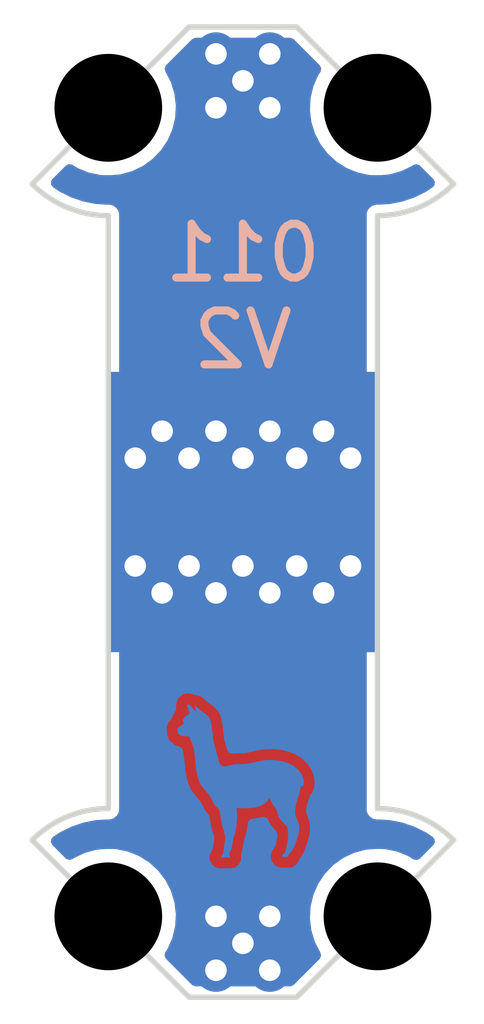
<source format=kicad_pcb>
(kicad_pcb (version 20211014) (generator pcbnew)
  (title_block (title "011 PCB connector") (date "2022-11-07") (rev "2") (company "Halidelabs") (comment 1 "contact@halidelabs.eu"))
  (layers (0 "F.Cu" signal) (31 "B.Cu" signal) (34 "B.Paste" user) (35 "F.Paste" user) (36 "B.SilkS" user "B.Silkscreen") (37 "F.SilkS" user "F.Silkscreen") (38 "B.Mask" user) (39 "F.Mask" user) (44 "Edge.Cuts" user))
  (net 0 "")
  (net 1 "GND")
  (net 2 "Net-(J1-Pad1)")
  (footprint "modular-rf-bench-footprints:M2-hole" (layer "F.Cu") (at 145 90)
    (fp_text reference "H4" hide)
    (fp_text value "M2" hide)
    (pad "" np_thru_hole circle (at 0 0) (size 3.4 3.4) (drill 2) (layers *.Mask))
  )
  (footprint "modular-rf-bench-footprints:edge-connector" (layer "F.Cu") (at 145 82.5 180)
    (fp_text reference "J1")
    (fp_text value "CONN" hide)
    (pad "1" smd rect (at -1.5 0 180) (size 3 0.5) (layers "F.Cu" "F.Paste") (net 2 "Net-(J1-Pad1)"))
    (pad "2" thru_hole circle (at -1.5 1 180) (size 0.8 0.8) (drill 0.4) (layers *.Cu) (net 1 "GND"))
    (pad "2" thru_hole circle (at -2.5 1 180) (size 0.8 0.8) (drill 0.4) (layers *.Cu) (net 1 "GND"))
    (pad "2" thru_hole circle (at -1 1.5 180) (size 0.8 0.8) (drill 0.4) (layers *.Cu) (net 1 "GND"))
    (pad "2" smd rect (at -1.5 0 180) (size 3 5.2) (layers "B.Cu") (net 1 "GND"))
    (pad "2" thru_hole circle (at -1.5 -1 180) (size 0.8 0.8) (drill 0.4) (layers *.Cu) (net 1 "GND"))
    (pad "2" smd rect (at -1.5 -1.6 180) (size 3 2) (layers "F.Cu") (net 1 "GND"))
    (pad "2" thru_hole circle (at -1 -1.5 180) (size 0.8 0.8) (drill 0.4) (layers *.Cu) (net 1 "GND"))
    (pad "2" thru_hole circle (at -2 1.5 180) (size 0.8 0.8) (drill 0.4) (layers *.Cu) (net 1 "GND"))
    (pad "2" thru_hole circle (at -0.5 -1 180) (size 0.8 0.8) (drill 0.4) (layers *.Cu) (net 1 "GND"))
    (pad "2" thru_hole circle (at -0.5 1 180) (size 0.8 0.8) (drill 0.4) (layers *.Cu) (net 1 "GND"))
    (pad "2" thru_hole circle (at -2.5 -1 180) (size 0.8 0.8) (drill 0.4) (layers *.Cu) (net 1 "GND"))
    (pad "2" smd rect (at -1.5 1.6 180) (size 3 2) (layers "F.Cu") (net 1 "GND"))
    (pad "2" thru_hole circle (at -2 -1.5 180) (size 0.8 0.8) (drill 0.4) (layers *.Cu) (net 1 "GND"))
  )
  (footprint "modular-rf-bench-footprints:M2-hole" (layer "F.Cu") (at 150 75)
    (fp_text reference "H3" hide)
    (fp_text value "M2" hide)
    (pad "" np_thru_hole circle (at 0 0) (size 3.4 3.4) (drill 2) (layers *.Mask))
  )
  (footprint "modular-rf-bench-footprints:edge-connector" (layer "F.Cu") (at 150 82.5)
    (fp_text reference "J2")
    (fp_text value "CONN" hide)
    (pad "1" smd rect (at -1.5 0) (size 3 0.5) (layers "F.Cu" "F.Paste") (net 2 "Net-(J1-Pad1)"))
    (pad "2" thru_hole circle (at -1 1.5) (size 0.8 0.8) (drill 0.4) (layers *.Cu) (net 1 "GND"))
    (pad "2" thru_hole circle (at -1.5 -1) (size 0.8 0.8) (drill 0.4) (layers *.Cu) (net 1 "GND"))
    (pad "2" smd rect (at -1.5 -1.6) (size 3 2) (layers "F.Cu") (net 1 "GND"))
    (pad "2" thru_hole circle (at -1 -1.5) (size 0.8 0.8) (drill 0.4) (layers *.Cu) (net 1 "GND"))
    (pad "2" smd rect (at -1.5 0) (size 3 5.2) (layers "B.Cu") (net 1 "GND"))
    (pad "2" thru_hole circle (at -2.5 1) (size 0.8 0.8) (drill 0.4) (layers *.Cu) (net 1 "GND"))
    (pad "2" thru_hole circle (at -2.5 -1) (size 0.8 0.8) (drill 0.4) (layers *.Cu) (net 1 "GND"))
    (pad "2" thru_hole circle (at -0.5 1) (size 0.8 0.8) (drill 0.4) (layers *.Cu) (net 1 "GND"))
    (pad "2" thru_hole circle (at -1.5 1) (size 0.8 0.8) (drill 0.4) (layers *.Cu) (net 1 "GND"))
    (pad "2" thru_hole circle (at -2 -1.5) (size 0.8 0.8) (drill 0.4) (layers *.Cu) (net 1 "GND"))
    (pad "2" thru_hole circle (at -0.5 -1) (size 0.8 0.8) (drill 0.4) (layers *.Cu) (net 1 "GND"))
    (pad "2" smd rect (at -1.5 1.6) (size 3 2) (layers "F.Cu") (net 1 "GND"))
    (pad "2" thru_hole circle (at -2 1.5) (size 0.8 0.8) (drill 0.4) (layers *.Cu) (net 1 "GND"))
  )
  (footprint "modular-rf-bench-footprints:M2-hole" (layer "F.Cu") (at 145 75)
    (fp_text reference "H1" hide)
    (fp_text value "M2" hide)
    (pad "" np_thru_hole circle (at 0 0) (size 3.4 3.4) (drill 2) (layers *.Mask))
  )
  (footprint "modular-rf-bench-footprints:M2-hole" (layer "F.Cu") (at 150 90)
    (fp_text reference "H2" hide)
    (fp_text value "M2" hide)
    (pad "" np_thru_hole circle (at 0 0) (size 3.4 3.4) (drill 2) (layers *.Mask))
  )
  (footprint "LOGO" (layer "B.Cu") (at 147.5 87.5 180)
    (fp_text reference "G***" hide)
    (fp_text value "LOGO" hide)
    (fp_poly (pts (xy 1.024241 1.430933) (xy 1.032984 1.426298) (xy 1.036499 1.41661) (xy 1.034907 1.400263) (xy 1.028333 1.375651) (xy 1.017065 1.341646) (xy 1.007234 1.313626) (xy 0.998718 1.29012) (xy 0.992386 1.273478) (xy 0.98911 1.26605) (xy 0.989011 1.265929) (xy 0.992402 1.261591) (xy 1.004045 1.252959) (xy 1.021428 1.241896) (xy 1.021593 1.241797) (xy 1.059324 1.215589) (xy 1.088019 1.188125) (xy 1.107104 1.160456) (xy 1.116006 1.133632) (xy 1.114151 1.108706) (xy 1.104222 1.090444) (xy 1.092506 1.075975) (xy 1.126441 1.055533) (xy 1.150548 1.039896) (xy 1.175454 1.022036) (xy 1.188267 1.011968) (xy 1.203899 0.998363) (xy 1.211748 0.988353) (xy 1.213828 0.97793) (xy 1.212298 0.964047) (xy 1.209283 0.9402) (xy 1.207212 0.916024) (xy 1.207135 0.914643) (xy 1.203927 0.895837) (xy 1.195677 0.885245) (xy 1.19228 0.88327) (xy 1.178318 0.873369) (xy 1.166481 0.861378) (xy 1.160445 0.854908) (xy 1.153092 0.850447) (xy 1.141984 0.84748) (xy 1.124682 0.845492) (xy 1.098745 0.843968) (xy 1.080213 0.843154) (xy 1.044421 0.840993) (xy 1.017479 0.837965) (xy 1.000803 0.834254) (xy 0.996763 0.832205) (xy 0.989548 0.821107) (xy 0.984117 0.804087) (xy 0.98359 0.801207) (xy 0.979175 0.785558) (xy 0.970425 0.762721) (xy 0.958842 0.736445) (xy 0.951994 0.72226) (xy 0.941693 0.700954) (xy 0.933668 0.682074) (xy 0.927186 0.662958) (xy 0.921515 0.640941) (xy 0.91592 0.613359) (xy 0.909669 0.577549) (xy 0.905928 0.55487) (xy 0.899093 0.509674) (xy 0.892435 0.459727) (xy 0.88655 0.409913) (xy 0.882034 0.365114) (xy 0.880555 0.347181) (xy 0.872016 0.257469) (xy 0.860391 0.177925) (xy 0.845339 0.106624) (xy 0.826764 0.042377) (xy 0.809419 -0.004277) (xy 0.789715 -0.044964) (xy 0.76555 -0.083099) (xy 0.734819 -0.122102) (xy 0.705329 -0.154907) (xy 0.646344 -0.22515) (xy 0.596235 -0.300953) (xy 0.558773 -0.372681) (xy 0.541867 -0.406709) (xy 0.526644 -0.43219) (xy 0.510964 -0.452374) (xy 0.497049 -0.466524) (xy 0.480447 -0.481231) (xy 0.466912 -0.491787) (xy 0.459303 -0.495969) (xy 0.459199 -0.495972) (xy 0.452033 -0.49989) (xy 0.445115 -0.512218) (xy 0.438199 -0.53382) (xy 0.43104 -0.565559) (xy 0.423393 -0.608297) (xy 0.418587 -0.638791) (xy 0.409728 -0.694595) (xy 0.401188 -0.741915) (xy 0.39209 -0.78461) (xy 0.381553 -0.826535) (xy 0.3687 -0.87155) (xy 0.356459 -0.911416) (xy 0.344169 -0.953183) (xy 0.335935 -0.988995) (xy 0.331577 -1.022192) (xy 0.330916 -1.056113) (xy 0.333773 -1.094097) (xy 0.33997 -1.139482) (xy 0.343158 -1.159336) (xy 0.34909 -1.196237) (xy 0.354629 -1.232404) (xy 0.359276 -1.264446) (xy 0.362528 -1.288971) (xy 0.363307 -1.295728) (xy 0.367706 -1.322729) (xy 0.37579 -1.345027) (xy 0.389971 -1.369066) (xy 0.391722 -1.371674) (xy 0.415839 -1.407322) (xy 0.234602 -1.407322) (xy 0.238791 -1.387173) (xy 0.24398 -1.369319) (xy 0.250235 -1.355611) (xy 0.253151 -1.347485) (xy 0.251724 -1.336439) (xy 0.245252 -1.31956) (xy 0.237613 -1.303269) (xy 0.225612 -1.275858) (xy 0.215393 -1.245956) (xy 0.206295 -1.211045) (xy 0.197654 -1.168609) (xy 0.189495 -1.120476) (xy 0.183449 -1.089204) (xy 0.174528 -1.051485) (xy 0.164039 -1.012546) (xy 0.155412 -0.984083) (xy 0.143612 -0.946382) (xy 0.1345 -0.913818) (xy 0.127523 -0.883315) (xy 0.122129 -0.851795) (xy 0.117764 -0.81618) (xy 0.113877 -0.773393) (xy 0.11116 -0.737759) (xy 0.107996 -0.675871) (xy 0.107514 -0.616631) (xy 0.109659 -0.563012) (xy 0.114371 -0.517987) (xy 0.11558 -0.510487) (xy 0.118961 -0.490903) (xy 0.007836 -0.494336) (xy -0.064637 -0.495248) (xy -0.127691 -0.492994) (xy -0.183955 -0.487325) (xy -0.236062 -0.477989) (xy -0.278777 -0.467062) (xy -0.342651 -0.443745) (xy -0.396244 -0.41372) (xy -0.439819 -0.376801) (xy -0.47364 -0.3328) (xy -0.4773 -0.326608) (xy -0.494416 -0.296736) (xy -0.498776 -0.314108) (xy -0.510693 -0.348417) (xy -0.529136 -0.386271) (xy -0.551447 -0.422891) (xy -0.574965 -0.453494) (xy -0.578457 -0.457297) (xy -0.598857 -0.479512) (xy -0.612541 -0.49708) (xy -0.621638 -0.514042) (xy -0.628277 -0.534439) (xy -0.634588 -0.562311) (xy -0.635104 -0.564798) (xy -0.646596 -0.608376) (xy -0.662899 -0.648185) (xy -0.685498 -0.686779) (xy -0.715877 -0.726712) (xy -0.753202 -0.768121) (xy -0.779544 -0.796187) (xy -0.798478 -0.817773) (xy -0.811553 -0.834974) (xy -0.820319 -0.849882) (xy -0.826326 -0.864593) (xy -0.827642 -0.868695) (xy -0.835962 -0.906128) (xy -0.840837 -0.950183) (xy -0.84194 -0.99548) (xy -0.838942 -1.036641) (xy -0.838212 -1.041542) (xy -0.826824 -1.111224) (xy -0.816742 -1.169454) (xy -0.807769 -1.217088) (xy -0.799708 -1.254983) (xy -0.79236 -1.283995) (xy -0.785528 -1.304979) (xy -0.779014 -1.318793) (xy -0.772621 -1.326291) (xy -0.772415 -1.326436) (xy -0.754117 -1.341596) (xy -0.737603 -1.359376) (xy -0.726256 -1.375897) (xy -0.723607 -1.382359) (xy -0.722795 -1.388066) (xy -0.725379 -1.391719) (xy -0.73349 -1.393774) (xy -0.749257 -1.394689) (xy -0.774809 -1.394919) (xy -0.782205 -1.394923) (xy -0.844088 -1.394923) (xy -0.842662 -1.377874) (xy -0.84391 -1.366947) (xy -0.850527 -1.354503) (xy -0.864069 -1.338151) (xy -0.877979 -1.323627) (xy -0.903666 -1.294183) (xy -0.927043 -1.259656) (xy -0.948996 -1.218336) (xy -0.970411 -1.168512) (xy -0.992172 -1.108474) (xy -0.997295 -1.093113) (xy -1.018181 -1.026132) (xy -1.033347 -0.968086) (xy -1.042762 -0.916897) (xy -1.046397 -0.870482) (xy -1.044223 -0.826761) (xy -1.036208 -0.783655) (xy -1.022324 -0.739082) (xy -1.00254 -0.690961) (xy -0.991164 -0.666463) (xy -0.981974 -0.646491) (xy -0.976012 -0.630289) (xy -0.9726 -0.614151) (xy -0.971061 -0.594372) (xy -0.970717 -0.567246) (xy -0.970756 -0.554869) (xy -0.975499 -0.488191) (xy -0.989046 -0.413576) (xy -1.011256 -0.331676) (xy -1.032127 -0.269685) (xy -1.043003 -0.237176) (xy -1.053214 -0.202425) (xy -1.061168 -0.171016) (xy -1.06365 -0.159127) (xy -1.071266 -0.125011) (xy -1.079527 -0.099128) (xy -1.087894 -0.082308) (xy -1.095834 -0.07538) (xy -1.10281 -0.079173) (xy -1.107525 -0.091219) (xy -1.110388 -0.101195) (xy -1.113023 -0.102109) (xy -1.117171 -0.092932) (xy -1.120634 -0.083469) (xy -1.127172 -0.054501) (xy -1.129564 -0.018502) (xy -1.127928 0.019917) (xy -1.122379 0.056142) (xy -1.116607 0.076675) (xy -1.088252 0.138399) (xy -1.049271 0.19473) (xy -1.0004 0.245235) (xy -0.942378 0.28948) (xy -0.875942 0.327034) (xy -0.80183 0.357464) (xy -0.720777 0.380337) (xy -0.633523 0.395219) (xy -0.564169 0.400891) (xy -0.511504 0.402113) (xy -0.461063 0.400577) (xy -0.409901 0.395957) (xy -0.35507 0.387925) (xy -0.293622 0.376156) (xy -0.244953 0.365485) (xy -0.1873 0.352564) (xy -0.139441 0.342452) (xy -0.099167 0.334845) (xy -0.06427 0.32944) (xy -0.03254 0.325931) (xy -0.001771 0.324016) (xy 0.030248 0.32339) (xy 0.059172 0.323629) (xy 0.092835 0.324024) (xy 0.119398 0.323621) (xy 0.14238 0.321984) (xy 0.165303 0.318683) (xy 0.191687 0.313283) (xy 0.225054 0.305353) (xy 0.242142 0.301126) (xy 0.28535 0.290848) (xy 0.318742 0.284267) (xy 0.34434 0.281392) (xy 0.364166 0.282228) (xy 0.380242 0.286785) (xy 0.394589 0.295068) (xy 0.403067 0.30171) (xy 0.415699 0.313971) (xy 0.426405 0.328696) (xy 0.435955 0.347767) (xy 0.445119 0.373066) (xy 0.454667 0.406473) (xy 0.46537 0.449872) (xy 0.46757 0.459281) (xy 0.478104 0.502297) (xy 0.490799 0.550568) (xy 0.504142 0.598527) (xy 0.516623 0.640607) (xy 0.518029 0.645117) (xy 0.527344 0.675477) (xy 0.534738 0.701766) (xy 0.540691 0.726574) (xy 0.545684 0.752494) (xy 0.550194 0.782117) (xy 0.554702 0.818035) (xy 0.559688 0.862838) (xy 0.561555 0.880352) (xy 0.568213 0.941628) (xy 0.574136 0.992075) (xy 0.579611 1.033223) (xy 0.58492 1.066601) (xy 0.590347 1.093737) (xy 0.596176 1.11616) (xy 0.602691 1.1354) (xy 0.610177 1.152985) (xy 0.613443 1.159771) (xy 0.625885 1.183287) (xy 0.638553 1.202582) (xy 0.653589 1.219845) (xy 0.673135 1.237267) (xy 0.699335 1.257038) (xy 0.72846 1.277342) (xy 0.758266 1.298913) (xy 0.789259 1.323308) (xy 0.817087 1.347014) (xy 0.832066 1.361029) (xy 0.850896 1.378662) (xy 0.867122 1.391944) (xy 0.878413 1.399057) (xy 0.881664 1.399683) (xy 0.889806 1.390913) (xy 0.890774 1.372925) (xy 0.884578 1.346604) (xy 0.880786 1.335766) (xy 0.873898 1.316694) (xy 0.869239 1.30253) (xy 0.867952 1.297258) (xy 0.87175 1.298406) (xy 0.881918 1.306969) (xy 0.896618 1.321068) (xy 0.914013 1.338821) (xy 0.932266 1.358352) (xy 0.949538 1.377779) (xy 0.963993 1.395225) (xy 0.964968 1.396473) (xy 0.981284 1.416118) (xy 0.993695 1.427188) (xy 1.004752 1.431697) (xy 1.010147 1.432121)) (layer "B.Cu") (width 0) (fill solid))
  )
  (gr_arc (start 150 88) (mid 150.765367 88.152241) (end 151.414214 88.585786) (layer "Edge.Cuts") (width 0.1))
  (gr_arc (start 151.414214 76.414214) (mid 150.765367 76.84776) (end 150 77) (layer "Edge.Cuts") (width 0.1))
  (gr_line (start 145 79.5) (end 145 85.5) (layer "Edge.Cuts") (width 0.1))
  (gr_line (start 146.5 73.5) (end 143.585786 76.414214) (layer "Edge.Cuts") (width 0.1))
  (gr_line (start 148.5 73.5) (end 146.5 73.5) (layer "Edge.Cuts") (width 0.1))
  (gr_line (start 143.585786 88.585786) (end 146.5 91.5) (layer "Edge.Cuts") (width 0.1))
  (gr_line (start 150 77) (end 150 88) (layer "Edge.Cuts") (width 0.1))
  (gr_line (start 145 85.5) (end 145 88) (layer "Edge.Cuts") (width 0.1))
  (gr_arc (start 143.585786 88.585786) (mid 144.234633 88.15224) (end 145 88) (layer "Edge.Cuts") (width 0.1))
  (gr_line (start 148.5 91.5) (end 151.414214 88.585786) (layer "Edge.Cuts") (width 0.1))
  (gr_line (start 145 77) (end 145 79.5) (layer "Edge.Cuts") (width 0.1))
  (gr_line (start 146.5 91.5) (end 148.5 91.5) (layer "Edge.Cuts") (width 0.1))
  (gr_arc (start 145 77) (mid 144.234633 76.847759) (end 143.585786 76.414214) (layer "Edge.Cuts") (width 0.1))
  (gr_line (start 151.414214 76.414214) (end 148.5 73.5) (layer "Edge.Cuts") (width 0.1))
  (gr_text "011\nV2" (at 147.5 78.5) (layer "B.SilkS") (effects (font (size 1 1)) (justify mirror)))
  (via (at 147 74) (size 0.8) (drill 0.4) (layers "F.Cu" "B.Cu") (net 1))
  (via (at 148 75) (size 0.8) (drill 0.4) (layers "F.Cu" "B.Cu") (net 1))
  (via (at 147.5 90.5) (size 0.8) (drill 0.4) (layers "F.Cu" "B.Cu") (net 1))
  (via (at 148 91) (size 0.8) (drill 0.4) (layers "F.Cu" "B.Cu") (net 1))
  (via (at 147 91) (size 0.8) (drill 0.4) (layers "F.Cu" "B.Cu") (net 1))
  (via (at 148 74) (size 0.8) (drill 0.4) (layers "F.Cu" "B.Cu") (net 1))
  (via (at 147.5 74.5) (size 0.8) (drill 0.4) (layers "F.Cu" "B.Cu") (net 1))
  (via (at 147 90) (size 0.8) (drill 0.4) (layers "F.Cu" "B.Cu") (net 1))
  (via (at 148 90) (size 0.8) (drill 0.4) (layers "F.Cu" "B.Cu") (net 1))
  (via (at 147 75) (size 0.8) (drill 0.4) (layers "F.Cu" "B.Cu") (net 1))
  (zone (net 0) (net_name "") (layer "F.Cu") (connect_pads (clearance 0)) (min_thickness 0.254)
    (keepout (tracks allowed) (vias allowed) (pads allowed) (copperpour not_allowed) (footprints allowed))
    (fill (thermal_gap 0.508) (thermal_bridge_width 0.508))
    (polygon (pts (xy 150 83.1) (xy 145 83.1) (xy 145 81.9) (xy 150 81.9)))
  )
  (zone (net 1) (net_name "GND") (layers F&B.Cu) (connect_pads yes (clearance 0.2)) (min_thickness 0.2) (fill yes (thermal_gap 0.508) (thermal_bridge_width 0.508))
    (polygon (pts (xy 152 92) (xy 143 92) (xy 143 73) (xy 152 73)))
  )
)
</source>
